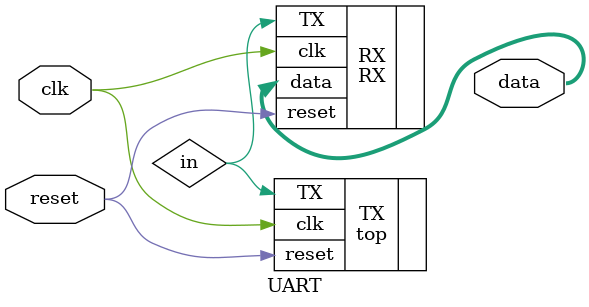
<source format=v>
`timescale 1ns / 1ps



module UART( clk , reset , data ) ;

   input clk , reset ;
   output [7:0] data ; 
  
   wire in ;
   
  top TX (.clk(clk) , .reset(reset) , .TX(in) ) ;
  
  RX RX (.TX(in) , .clk(clk) , .reset(reset) , .data(data) ) ; 
  
endmodule

</source>
